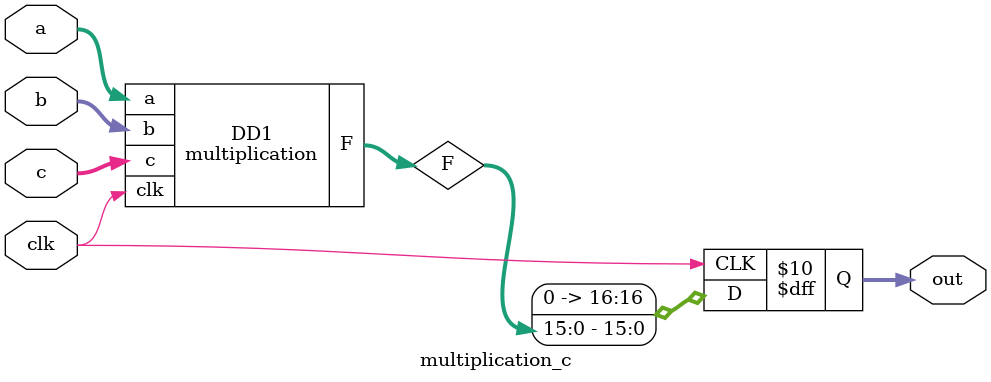
<source format=v>
module multiplication(clk, a, b, c, F);
    //входные сигналы
    input clk;
    input [7:0] a, b, c;

    //выходные сигналы
    output [15:0] F;
    reg [15:0] F;
    
    //служебные сигналы
    reg [15:0] F_1, F_2;
    reg [7:0] c_2, c_1;

    always @(posedge clk) begin
        F_2 <= a * b;
        c_2 <= c;
        F_1 <= F_2;
        c_1 <= c_2;
        F <= F_1 + c_1;
    end
endmodule // multiplication

module multiplication_c(clk, a, b, c, out);
    //входные сигнал
    input clk;
    input [7:0] a, b, c;

    //выход
    output [16:0] out;
    reg [16:0] out;

    //служебные сигналы
    wire [15:0] F;

    multiplication DD1(clk, a, b, c, F);
    
    always @(posedge clk) begin
        out <= F;
    end
endmodule // multiplication_c

</source>
